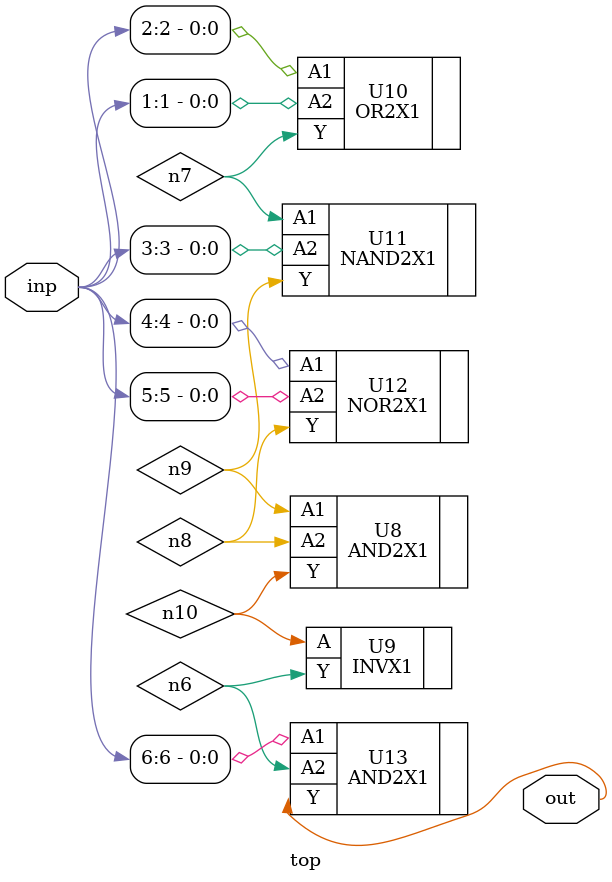
<source format=sv>


module top ( inp, out );
  input [6:0] inp;
  output out;
  wire   n6, n7, n8, n9, n10;

  AND2X1 U8 ( .A1(n9), .A2(n8), .Y(n10) );
  INVX1 U9 ( .A(n10), .Y(n6) );
  OR2X1 U10 ( .A1(inp[2]), .A2(inp[1]), .Y(n7) );
  NAND2X1 U11 ( .A1(n7), .A2(inp[3]), .Y(n9) );
  NOR2X1 U12 ( .A1(inp[4]), .A2(inp[5]), .Y(n8) );
  AND2X1 U13 ( .A1(inp[6]), .A2(n6), .Y(out) );
endmodule


</source>
